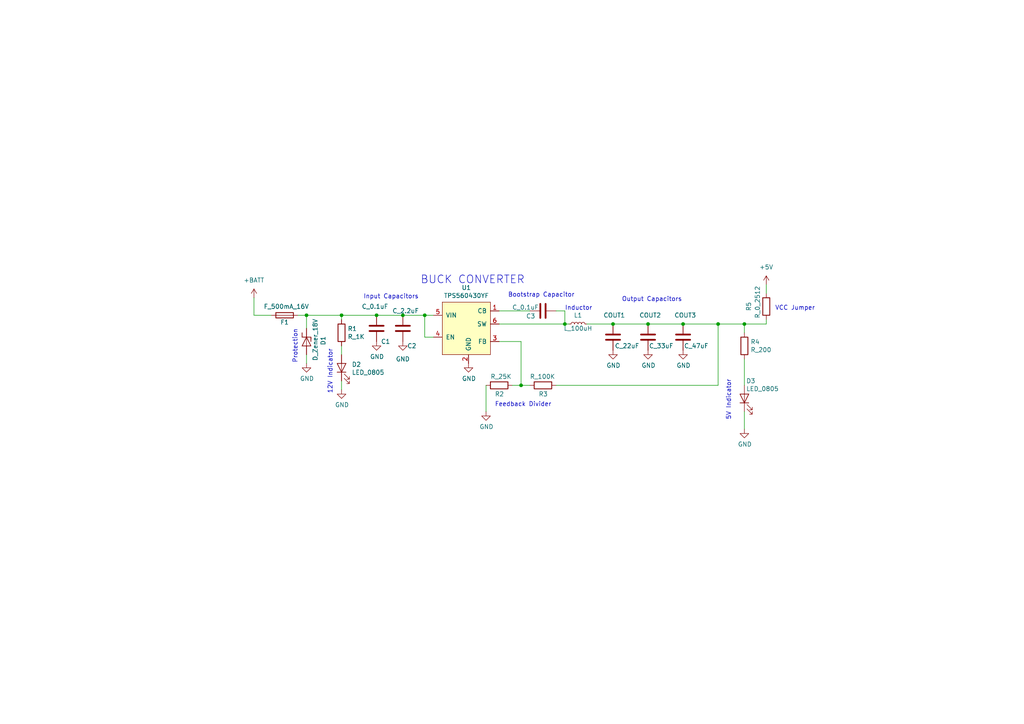
<source format=kicad_sch>
(kicad_sch (version 20211123) (generator eeschema)
  (paper "A4")
  (lib_symbols
    (symbol "formula:C_0.1uF" (pin_numbers hide) (pin_names (offset 0.254))
      (property "Reference" "C" (at 0.635 2.54 0))
      (property "Value" "C_0.1uF" (at 0.635 -2.54 0))
      (symbol "C_0.1uF_0_1"
        (polyline (pts (xy -2.032 -0.762) (xy 2.032 -0.762)) (stroke (width 0.508)))
        (polyline (pts (xy -2.032 0.762) (xy 2.032 0.762)) (stroke (width 0.508)))
      )
      (symbol "C_0.1uF_1_1"
        (pin passive line (at 0 3.81 270) (length 2.794) (name "~") (number "1"))
        (pin passive line (at 0 -3.81 90) (length 2.794) (name "~") (number "2"))
      )
    )
    (symbol "formula:C_2.2uF" (pin_numbers hide) (pin_names (offset 0.254))
      (property "Reference" "C" (at 0.635 3.81 0))
      (property "Value" "C_2.2uF" (at 0.635 -1.27 0))
      (symbol "C_2.2uF_0_1"
        (polyline (pts (xy -2.032 0.508) (xy 2.032 0.508)) (stroke (width 0.508)))
        (polyline (pts (xy -2.032 2.032) (xy 2.032 2.032)) (stroke (width 0.508)))
      )
      (symbol "C_2.2uF_1_1"
        (pin passive line (at 0 5.08 270) (length 2.794) (name "~") (number "1"))
        (pin passive line (at 0 -2.54 90) (length 2.794) (name "~") (number "2"))
      )
    )
    (symbol "formula:C_22uF" (pin_numbers hide) (pin_names (offset 0.254))
      (property "Reference" "C" (at 0.635 2.54 0))
      (property "Value" "C_22uF" (at 0.635 -2.54 0))
      (symbol "C_22uF_0_1"
        (polyline (pts (xy -2.032 -0.762) (xy 2.032 -0.762)) (stroke (width 0.508)))
        (polyline (pts (xy -2.032 0.762) (xy 2.032 0.762)) (stroke (width 0.508)))
      )
      (symbol "C_22uF_1_1"
        (pin passive line (at 0 3.81 270) (length 2.794) (name "~") (number "1"))
        (pin passive line (at 0 -3.81 90) (length 2.794) (name "~") (number "2"))
      )
    )
    (symbol "formula:C_33uF" (pin_numbers hide) (pin_names (offset 0.254))
      (property "Reference" "C" (at 0.635 2.54 0))
      (property "Value" "C_33uF" (at 2.54 -7.62 0))
      (symbol "C_33uF_0_1"
        (polyline (pts (xy -2.032 -0.762) (xy 2.032 -0.762)) (stroke (width 0.508)))
        (polyline (pts (xy -2.032 0.762) (xy 2.032 0.762)) (stroke (width 0.508)))
      )
      (symbol "C_33uF_1_1"
        (pin passive line (at 0 3.81 270) (length 2.794) (name "~") (number "1"))
        (pin passive line (at 0 -3.81 90) (length 2.794) (name "~") (number "2"))
      )
    )
    (symbol "formula:C_47uF" (pin_numbers hide) (pin_names (offset 0.254))
      (property "Reference" "C" (at 0.635 2.54 0))
      (property "Value" "C_47uF" (at 0.635 -2.54 0))
      (symbol "C_47uF_0_1"
        (polyline (pts (xy -2.032 -0.762) (xy 2.032 -0.762)) (stroke (width 0.508)))
        (polyline (pts (xy -2.032 0.762) (xy 2.032 0.762)) (stroke (width 0.508)))
      )
      (symbol "C_47uF_1_1"
        (pin passive line (at 0 3.81 270) (length 2.794) (name "~") (number "1"))
        (pin passive line (at 0 -3.81 90) (length 2.794) (name "~") (number "2"))
      )
    )
    (symbol "formula:D_Zener_18V" (pin_numbers hide) (pin_names (offset 1.016) hide)
      (property "Reference" "D" (at 0 2.54 0))
      (property "Value" "D_Zener_18V" (at 0 -2.54 0))
      (symbol "D_Zener_18V_0_1"
        (polyline (pts (xy -1.27 -1.27) (xy -2.54 -1.27)) (stroke (width 0.2032)))
        (polyline (pts (xy -1.27 1.27) (xy 0 1.27)) (stroke (width 0.2032)))
        (polyline (pts (xy 1.27 0) (xy -1.27 0)))
        (polyline (pts (xy -1.27 -1.27) (xy -1.27 1.27) (xy -0.762 1.27)) (stroke (width 0.2032)))
        (polyline (pts (xy 1.27 -1.27) (xy 1.27 1.27) (xy -1.27 0) (xy 1.27 -1.27)) (stroke (width 0.2032)))
      )
      (symbol "D_Zener_18V_1_1"
        (pin passive line (at -3.81 0 0) (length 2.54) (name "K") (number "1"))
        (pin passive line (at 3.81 0 180) (length 2.54) (name "A") (number "2"))
      )
    )
    (symbol "formula:F_500mA_16V" (pin_numbers hide) (pin_names (offset 0))
      (property "Reference" "F" (at 2.032 0 90))
      (property "Value" "F_500mA_16V" (at -1.905 0 90))
      (symbol "F_500mA_16V_0_1"
        (rectangle (start -0.762 -2.54) (end 0.762 2.54) (stroke (width 0.254)))
        (polyline (pts (xy 0 2.54) (xy 0 -2.54)))
      )
      (symbol "F_500mA_16V_1_1"
        (pin passive line (at 0 3.81 270) (length 1.27) (name "~") (number "1"))
        (pin passive line (at 0 -3.81 90) (length 1.27) (name "~") (number "2"))
      )
    )
    (symbol "formula:LED_0805" (pin_numbers hide) (pin_names (offset 1.016) hide)
      (property "Reference" "D" (at 0 -2.54 0))
      (property "Value" "LED_0805" (at 0 2.54 0))
      (symbol "LED_0805_0_1"
        (polyline (pts (xy -1.27 -1.27) (xy -1.27 1.27)) (stroke (width 0.2032)))
        (polyline (pts (xy -1.27 0) (xy 1.27 0)))
        (polyline (pts (xy 1.27 -1.27) (xy 1.27 1.27) (xy -1.27 0) (xy 1.27 -1.27)) (stroke (width 0.2032)))
        (polyline (pts (xy -3.048 -0.762) (xy -4.572 -2.286) (xy -3.81 -2.286) (xy -4.572 -2.286) (xy -4.572 -1.524)))
        (polyline (pts (xy -1.778 -0.762) (xy -3.302 -2.286) (xy -2.54 -2.286) (xy -3.302 -2.286) (xy -3.302 -1.524)))
      )
      (symbol "LED_0805_1_1"
        (pin passive line (at -3.81 0 0) (length 2.54) (name "K") (number "1"))
        (pin passive line (at 3.81 0 180) (length 2.54) (name "A") (number "2"))
      )
    )
    (symbol "formula:L_100uH" (pin_numbers hide) (pin_names (offset 1.016) hide)
      (property "Reference" "L" (at 0 -1.27 0))
      (property "Value" "L_100uH" (at 0 2.54 0))
      (symbol "L_100uH_1_1"
        (arc (start -1.016 0) (mid -1.524 0.508) (end -2.032 0))
        (arc (start 0 0) (mid -0.508 0.508) (end -1.016 0))
        (arc (start 1.016 0) (mid 0.508 0.508) (end 0 0))
        (arc (start 2.032 0) (mid 1.524 0.508) (end 1.016 0))
        (pin passive line (at -2.54 0 0) (length 0.508) (name "~") (number "1"))
        (pin passive line (at 2.54 0 180) (length 0.508) (name "~") (number "2"))
      )
    )
    (symbol "formula:R_0_2512" (pin_numbers hide) (pin_names (offset 0))
      (property "Reference" "R" (at 2.032 0 90))
      (property "Value" "R_0_2512" (at -2.54 0 90))
      (symbol "R_0_2512_0_1"
        (rectangle (start -1.016 -2.54) (end 1.016 2.54) (stroke (width 0.254)))
      )
      (symbol "R_0_2512_1_1"
        (pin passive line (at 0 3.81 270) (length 1.27) (name "~") (number "1"))
        (pin passive line (at 0 -3.81 90) (length 1.27) (name "~") (number "2"))
      )
    )
    (symbol "formula:R_100K" (pin_numbers hide) (pin_names (offset 0))
      (property "Reference" "R" (at 2.032 0 90))
      (property "Value" "R_100K" (at -2.54 0 90))
      (symbol "R_100K_0_1"
        (rectangle (start -1.016 -2.54) (end 1.016 2.54) (stroke (width 0.254)))
      )
      (symbol "R_100K_1_1"
        (pin passive line (at 0 3.81 270) (length 1.27) (name "~") (number "1"))
        (pin passive line (at 0 -3.81 90) (length 1.27) (name "~") (number "2"))
      )
    )
    (symbol "formula:R_1K" (pin_numbers hide) (pin_names (offset 0))
      (property "Reference" "R" (at 2.032 0 90))
      (property "Value" "R_1K" (at -2.54 0 90))
      (symbol "R_1K_0_1"
        (rectangle (start -1.016 -2.54) (end 1.016 2.54) (stroke (width 0.254)))
      )
      (symbol "R_1K_1_1"
        (pin passive line (at 0 3.81 270) (length 1.27) (name "~") (number "1"))
        (pin passive line (at 0 -3.81 90) (length 1.27) (name "~") (number "2"))
      )
    )
    (symbol "formula:R_200" (pin_numbers hide) (pin_names (offset 0))
      (property "Reference" "R" (at 2.032 0 90))
      (property "Value" "R_200" (at -2.54 0 90))
      (symbol "R_200_0_1"
        (rectangle (start -1.016 -2.54) (end 1.016 2.54) (stroke (width 0.254)))
      )
      (symbol "R_200_1_1"
        (pin passive line (at 0 3.81 270) (length 1.27) (name "~") (number "1"))
        (pin passive line (at 0 -3.81 90) (length 1.27) (name "~") (number "2"))
      )
    )
    (symbol "formula:R_25K" (pin_numbers hide) (pin_names (offset 0))
      (property "Reference" "R" (at 6.35 0 90))
      (property "Value" "R_25K" (at 5.08 5.08 0))
      (symbol "R_25K_0_1"
        (rectangle (start -1.016 -2.54) (end 1.016 2.54) (stroke (width 0.254)))
      )
      (symbol "R_25K_1_1"
        (pin passive line (at 0 3.81 270) (length 1.27) (name "~") (number "1"))
        (pin passive line (at 0 -3.81 90) (length 1.27) (name "~") (number "2"))
      )
    )
    (symbol "formula:TPS560430YF" (pin_names (offset 1.016))
      (property "Reference" "U" (at -5.08 -8.89 0))
      (property "Value" "TPS560430YF" (at 0 10.16 0))
      (symbol "TPS560430YF_0_1"
        (rectangle (start -6.35 -2.54) (end -6.35 -2.54))
        (rectangle (start -6.35 7.62) (end 7.62 -7.62) (fill (type background)))
      )
      (symbol "TPS560430YF_1_1"
        (pin bidirectional line (at 10.16 5.08 180) (length 2.54) (name "CB") (number "1"))
        (pin power_in line (at 1.27 -10.16 90) (length 2.54) (name "GND") (number "2"))
        (pin input line (at 10.16 -3.81 180) (length 2.54) (name "FB") (number "3"))
        (pin input line (at -8.89 -2.54 0) (length 2.54) (name "EN") (number "4"))
        (pin power_in line (at -8.89 3.81 0) (length 2.54) (name "VIN") (number "5"))
        (pin output line (at 10.16 1.27 180) (length 2.54) (name "SW") (number "6"))
      )
    )
    (symbol "power:+5V" (power) (pin_names (offset 0))
      (property "Value" "+5V" (at 0 3.556 0))
      (symbol "+5V_0_1"
        (polyline (pts (xy -0.762 1.27) (xy 0 2.54)))
        (polyline (pts (xy 0 0) (xy 0 2.54)))
        (polyline (pts (xy 0 2.54) (xy 0.762 1.27)))
      )
      (symbol "+5V_1_1"
        (pin power_in line (at 0 0 90) (length 0) hide (name "+5V") (number "1"))
      )
    )
    (symbol "power:+BATT" (power) (pin_names (offset 0))
      (property "Value" "+BATT" (at 0 3.556 0))
      (symbol "+BATT_0_1"
        (polyline (pts (xy -0.762 1.27) (xy 0 2.54)))
        (polyline (pts (xy 0 0) (xy 0 2.54)))
        (polyline (pts (xy 0 2.54) (xy 0.762 1.27)))
      )
      (symbol "+BATT_1_1"
        (pin power_in line (at 0 0 90) (length 0) hide (name "+BATT") (number "1"))
      )
    )
    (symbol "power:GND" (power) (pin_names (offset 0))
      (property "Value" "GND" (at 0 -3.81 0))
      (symbol "GND_0_1"
        (polyline (pts (xy 0 0) (xy 0 -1.27) (xy 1.27 -1.27) (xy 0 -2.54) (xy -1.27 -1.27) (xy 0 -1.27)))
      )
      (symbol "GND_1_1"
        (pin power_in line (at 0 0 270) (length 0) hide (name "GND") (number "1"))
      )
    )
  )
  (junction (at 215.9 93.98))
  (junction (at 163.83 93.98))
  (junction (at 208.28 93.98))
  (junction (at 187.96 93.98))
  (junction (at 88.9 91.44))
  (junction (at 116.84 91.44))
  (junction (at 177.8 93.98))
  (junction (at 198.12 93.98))
  (junction (at 99.06 91.44))
  (junction (at 151.13 111.76))
  (junction (at 123.19 91.44))
  (junction (at 109.22 91.44))
  (wire (pts (xy 215.9 104.14) (xy 215.9 111.76)))
  (wire (pts (xy 99.06 91.44) (xy 99.06 92.71)))
  (wire (pts (xy 88.9 91.44) (xy 99.06 91.44)))
  (wire (pts (xy 109.22 91.44) (xy 116.84 91.44)))
  (wire (pts (xy 170.18 93.98) (xy 177.8 93.98)))
  (wire (pts (xy 215.9 119.38) (xy 215.9 124.46)))
  (wire (pts (xy 99.06 110.49) (xy 99.06 113.03)))
  (wire (pts (xy 187.96 93.98) (xy 198.12 93.98)))
  (wire (pts (xy 161.29 111.76) (xy 208.28 111.76)))
  (wire (pts (xy 215.9 93.98) (xy 222.25 93.98)))
  (wire (pts (xy 99.06 100.33) (xy 99.06 102.87)))
  (wire (pts (xy 151.13 99.06) (xy 151.13 111.76)))
  (wire (pts (xy 123.19 97.79) (xy 123.19 91.44)))
  (wire (pts (xy 73.66 91.44) (xy 78.74 91.44)))
  (wire (pts (xy 125.73 97.79) (xy 123.19 97.79)))
  (wire (pts (xy 73.66 86.36) (xy 73.66 91.44)))
  (wire (pts (xy 123.19 91.44) (xy 125.73 91.44)))
  (wire (pts (xy 215.9 96.52) (xy 215.9 93.98)))
  (wire (pts (xy 99.06 91.44) (xy 109.22 91.44)))
  (wire (pts (xy 198.12 93.98) (xy 208.28 93.98)))
  (wire (pts (xy 222.25 93.98) (xy 222.25 92.71)))
  (wire (pts (xy 163.83 90.17) (xy 163.83 93.98)))
  (wire (pts (xy 116.84 91.44) (xy 123.19 91.44)))
  (wire (pts (xy 88.9 102.87) (xy 88.9 105.41)))
  (wire (pts (xy 177.8 93.98) (xy 187.96 93.98)))
  (wire (pts (xy 222.25 85.09) (xy 222.25 82.55)))
  (wire (pts (xy 151.13 111.76) (xy 153.67 111.76)))
  (wire (pts (xy 144.78 90.17) (xy 153.67 90.17)))
  (wire (pts (xy 148.59 111.76) (xy 151.13 111.76)))
  (wire (pts (xy 161.29 90.17) (xy 163.83 90.17)))
  (wire (pts (xy 208.28 111.76) (xy 208.28 93.98)))
  (wire (pts (xy 144.78 93.98) (xy 163.83 93.98)))
  (wire (pts (xy 86.36 91.44) (xy 88.9 91.44)))
  (wire (pts (xy 163.83 93.98) (xy 165.1 93.98)))
  (wire (pts (xy 144.78 99.06) (xy 151.13 99.06)))
  (wire (pts (xy 88.9 95.25) (xy 88.9 91.44)))
  (wire (pts (xy 140.97 111.76) (xy 140.97 119.38)))
  (wire (pts (xy 208.28 93.98) (xy 215.9 93.98)))
  (text "Inductor\n" (at 163.83 90.17 0) (effects (font (size 1.27 1.27)) (justify left bottom)))
  (text "12V Indicator" (at 96.52 114.3 90) (effects (font (size 1.27 1.27)) (justify left bottom)))
  (text "5V Indicator" (at 212.09 121.92 90) (effects (font (size 1.27 1.27)) (justify left bottom)))
  (text "VCC Jumper\n" (at 224.79 90.17 0) (effects (font (size 1.27 1.27)) (justify left bottom)))
  (text "Bootstrap Capacitor\n" (at 147.32 86.36 0) (effects (font (size 1.27 1.27)) (justify left bottom)))
  (text "Feedback Divider\n" (at 143.51 118.11 0) (effects (font (size 1.27 1.27)) (justify left bottom)))
  (text "BUCK CONVERTER\n" (at 121.92 82.55 0) (effects (font (size 2.2606 2.2606)) (justify left bottom)))
  (text "Input Capacitors\n\n" (at 105.41 88.9 0) (effects (font (size 1.27 1.27)) (justify left bottom)))
  (text "Output Capacitors\n" (at 180.34 87.63 0) (effects (font (size 1.27 1.27)) (justify left bottom)))
  (text "Protection\n" (at 86.36 105.41 90) (effects (font (size 1.27 1.27)) (justify left bottom)))
  (symbol (lib_id "formula:R_0_2512") (at 222.25 88.9 0) (unit 1)
    (property "Reference" "R5" (at 217.17 88.9 90))
    (property "Value" "R_0_2512" (at 219.71 87.63 90))
    (property "Footprint" "footprints:R_2512_OEM" (effects hide))
    (property "Datasheet" "http://www.te.com/commerce/DocumentDelivery/DDEController?Action=srchrtrv&DocNm=9-1773463-7&DocType=DS&DocLang=English" (effects hide))
    (property "MFN" "DK" (effects hide))
    (property "MPN" "A121322CT-ND" (effects hide))
    (property "PurchasingLink" "https://www.digikey.com/products/en?keywords=A121322CT-ND" (effects hide))
  )
  (symbol (lib_id "formula:LED_0805") (at 215.9 115.57 90) (unit 1)
    (property "Reference" "D3" (at 216.408 110.49 90) (effects (justify right)))
    (property "Value" "LED_0805" (at 216.408 112.776 90) (effects (justify right)))
    (property "Footprint" "footprints:LED_0805_OEM" (effects hide))
    (property "Datasheet" "http://www.osram-os.com/Graphics/XPic9/00078860_0.pdf" (effects hide))
    (property "MFN" "DK" (effects hide))
    (property "MPN" "475-1410-1-ND" (effects hide))
    (property "PurchasingLink" "https://www.digikey.com/products/en?keywords=475-1410-1-ND" (effects hide))
  )
  (symbol (lib_id "power:GND") (at 187.96 101.6 0) (unit 1)
    (property "Reference" "#PWR?" (effects hide))
    (property "Value" "GND" (at 188.087 105.9942 0))
  )
  (symbol (lib_id "power:GND") (at 140.97 119.38 0) (unit 1)
    (property "Reference" "#PWR?" (effects hide))
    (property "Value" "GND" (at 141.097 123.7742 0))
  )
  (symbol (lib_id "formula:C_0.1uF") (at 157.48 90.17 90) (unit 1)
    (property "Reference" "C3" (at 153.924 91.694 90))
    (property "Value" "C_0.1uF" (at 152.4 89.154 90))
    (property "Footprint" "footprints:C_0805_OEM" (effects hide))
    (property "Datasheet" "http://datasheets.avx.com/X7RDielectric.pdf" (effects hide))
    (property "MFN" "DK" (effects hide))
    (property "MPN" "478-3352-1-ND" (effects hide))
    (property "PurchasingLink" "https://www.digikey.com/products/en?keywords=478-3352-1-ND" (effects hide))
  )
  (symbol (lib_id "power:GND") (at 99.06 113.03 0) (unit 1)
    (property "Reference" "#PWR?" (effects hide))
    (property "Value" "GND" (at 99.187 117.4242 0))
  )
  (symbol (lib_id "power:GND") (at 198.12 101.6 0) (unit 1)
    (property "Reference" "#PWR?" (effects hide))
    (property "Value" "GND" (at 198.247 105.9942 0))
  )
  (symbol (lib_id "formula:C_33uF") (at 187.96 97.79 0) (unit 1)
    (property "Reference" "COUT2" (at 185.42 91.44 0) (effects (justify left)))
    (property "Value" "C_33uF" (at 188.214 100.33 0) (effects (justify left)))
    (property "Footprint" "footprints:Fuse_1812" (effects hide))
    (property "Datasheet" "https://product.tdk.com/info/en/catalog/datasheets/mlcc_commercial_general_en.pdf" (effects hide))
    (property "MFN" "C4532X7R1C336M250KC" (effects hide))
    (property "MPN" "445-3924-1-ND" (effects hide))
    (property "PurchasingLink" "https://www.digikey.com/product-detail/en/tdk-corporation/C4532X7R1C336M250KC/445-3924-1-ND/1923431" (effects hide))
  )
  (symbol (lib_id "power:+5V") (at 222.25 82.55 0) (unit 1)
    (property "Reference" "#PWR?" (effects hide))
    (property "Value" "+5V" (at 222.25 77.47 0))
  )
  (symbol (lib_id "formula:C_22uF") (at 177.8 97.79 0) (unit 1)
    (property "Reference" "COUT1" (at 175.006 91.44 0) (effects (justify left)))
    (property "Value" "C_22uF" (at 178.308 100.33 0) (effects (justify left)))
    (property "Footprint" "footprints:C_1206_OEM" (effects hide))
    (property "Datasheet" "https://product.tdk.com/info/en/catalog/datasheets/mlcc_commercial_general_en.pdf" (effects hide))
    (property "MFN" "DK" (effects hide))
    (property "MPN" "445-11693-1-ND" (effects hide))
    (property "PurchasingLink" "https://www.digikey.com/product-detail/en/tdk-corporation/C3216JB1C226M160AB/445-11693-1-ND/3953359" (effects hide))
  )
  (symbol (lib_id "power:GND") (at 116.84 99.06 0) (unit 1)
    (property "Reference" "#PWR?" (effects hide))
    (property "Value" "GND" (at 116.84 104.14 0))
  )
  (symbol (lib_id "power:GND") (at 177.8 101.6 0) (unit 1)
    (property "Reference" "#PWR?" (effects hide))
    (property "Value" "GND" (at 177.927 105.9942 0))
  )
  (symbol (lib_id "formula:LED_0805") (at 99.06 106.68 90) (unit 1)
    (property "Reference" "D2" (at 102.0318 105.7148 90) (effects (justify right)))
    (property "Value" "LED_0805" (at 102.0318 108.0262 90) (effects (justify right)))
    (property "Footprint" "footprints:LED_0805_OEM" (effects hide))
    (property "Datasheet" "http://www.osram-os.com/Graphics/XPic9/00078860_0.pdf" (effects hide))
    (property "MFN" "DK" (effects hide))
    (property "MPN" "475-1410-1-ND" (effects hide))
    (property "PurchasingLink" "https://www.digikey.com/products/en?keywords=475-1410-1-ND" (effects hide))
  )
  (symbol (lib_id "formula:TPS560430YF") (at 134.62 95.25 0) (unit 1)
    (property "Reference" "U1" (at 135.255 83.439 0))
    (property "Value" "TPS560430YF" (at 135.255 85.7504 0))
    (property "Footprint" "footprints:SOT-23-6_OEM" (effects hide))
    (property "Datasheet" "http://www.ti.com/lit/ds/symlink/tps560430.pdf" (effects hide))
    (property "MPN" "TPS560430YFDBVR" (effects hide))
    (property "MFN" "TPS560430YFDBVR-ND" (effects hide))
    (property "Purchasing Link" "https://www.digikey.com/product-detail/en/texas-instruments/TPS560430XDBVR/296-50420-6-ND/9685813" (effects hide))
  )
  (symbol (lib_id "formula:R_200") (at 215.9 100.33 0) (unit 1)
    (property "Reference" "R4" (at 217.678 99.1616 0) (effects (justify left)))
    (property "Value" "R_200" (at 217.678 101.473 0) (effects (justify left)))
    (property "Footprint" "footprints:R_0805_OEM" (effects hide))
    (property "Datasheet" "https://www.seielect.com/Catalog/SEI-RMCF_RMCP.pdf" (effects hide))
    (property "MFN" "DK" (effects hide))
    (property "MPN" "RMCF0805JT200RCT-ND" (effects hide))
    (property "PurchasingLink" "https://www.digikey.com/products/en?keywords=RMCF0805JT200RCT-ND" (effects hide))
  )
  (symbol (lib_id "formula:C_2.2uF") (at 116.84 96.52 0) (unit 1)
    (property "Reference" "C2" (at 118.11 100.33 0) (effects (justify left)))
    (property "Value" "C_2.2uF" (at 113.792 90.17 0) (effects (justify left)))
    (property "Footprint" "footprints:C_0603_1608Metric" (effects hide))
    (property "Datasheet" "http://www.yageo.com/documents/recent/UPY-GPHC_X5R_4V-to-50V_25.pdf" (effects hide))
    (property "MFN" "DK" (effects hide))
    (property "MPN" "311-1451-1-ND" (effects hide))
    (property "PurchasingLink" "https://www.digikey.com/product-detail/en/yageo/CC0603KRX5R6BB225/311-1451-1-ND/2833757" (effects hide))
  )
  (symbol (lib_id "power:GND") (at 215.9 124.46 0) (unit 1)
    (property "Reference" "#PWR?" (effects hide))
    (property "Value" "GND" (at 216.027 128.8542 0))
  )
  (symbol (lib_id "power:GND") (at 109.22 99.06 0) (unit 1)
    (property "Reference" "#PWR?" (effects hide))
    (property "Value" "GND" (at 109.347 103.4542 0))
  )
  (symbol (lib_id "formula:R_100K") (at 157.48 111.76 270) (unit 1)
    (property "Reference" "R3" (at 156.21 114.3 90) (effects (justify left)))
    (property "Value" "R_100K" (at 153.67 109.22 90) (effects (justify left)))
    (property "Footprint" "footprints:R_0805_OEM" (effects hide))
    (property "Datasheet" "https://industrial.panasonic.com/cdbs/www-data/pdf/RDA0000/AOA0000C304.pdf" (effects hide))
    (property "MFN" "DK" (effects hide))
    (property "MPN" "P100KCCT-ND" (effects hide))
    (property "PurchasingLink" "https://www.digikey.com/product-detail/en/panasonic-electronic-components/ERJ-6ENF1003V/P100KCCT-ND/119551" (effects hide))
  )
  (symbol (lib_id "power:GND") (at 88.9 105.41 0) (unit 1)
    (property "Reference" "#PWR?" (effects hide))
    (property "Value" "GND" (at 89.027 109.8042 0))
  )
  (symbol (lib_id "formula:L_100uH") (at 167.64 93.98 0) (unit 1)
    (property "Reference" "L1" (at 167.64 91.44 0))
    (property "Value" "L_100uH" (at 167.64 95.25 0))
    (property "Footprint" "footprints:L_100uH_OEM" (effects hide))
    (property "Datasheet" "https://product.tdk.com/info/en/catalog/datasheets/inductor_commercial_decoupling_nlfv32-ef_en.pdf" (effects hide))
    (property "MFN" "Digikey" (effects hide))
    (property "MPN" "445-15759-1-ND" (effects hide))
    (property "Link" "https://www.digikey.com/product-detail/en/tdk-corporation/NLFV32T-101K-EF/445-15759-1-ND/4328055" (effects hide))
  )
  (symbol (lib_id "formula:C_0.1uF") (at 109.22 95.25 0) (unit 1)
    (property "Reference" "C1" (at 110.49 99.06 0) (effects (justify left)))
    (property "Value" "C_0.1uF" (at 104.902 88.9 0) (effects (justify left)))
    (property "Footprint" "footprints:C_0805_OEM" (effects hide))
    (property "Datasheet" "http://datasheets.avx.com/X7RDielectric.pdf" (effects hide))
    (property "MFN" "DK" (effects hide))
    (property "MPN" "478-3352-1-ND" (effects hide))
    (property "PurchasingLink" "https://www.digikey.com/products/en?keywords=478-3352-1-ND" (effects hide))
  )
  (symbol (lib_id "power:GND") (at 135.89 105.41 0) (unit 1)
    (property "Reference" "#PWR?" (effects hide))
    (property "Value" "GND" (at 136.017 109.8042 0))
  )
  (symbol (lib_id "power:+BATT") (at 73.66 86.36 0) (unit 1)
    (property "Reference" "#PWR?" (effects hide))
    (property "Value" "+BATT" (at 73.66 81.28 0))
  )
  (symbol (lib_id "formula:C_47uF") (at 198.12 97.79 0) (unit 1)
    (property "Reference" "COUT3" (at 195.58 91.44 0) (effects (justify left)))
    (property "Value" "C_47uF" (at 198.374 100.33 0) (effects (justify left)))
    (property "Footprint" "footprints:C_0805_OEM" (effects hide))
    (property "Datasheet" "http://www.samsungsem.com/kr/support/product-search/mlcc/__icsFiles/afieldfile/2018/06/22/CL21A476MQYNNNG.pdf" (effects hide))
    (property "MFN" "DK" (effects hide))
    (property "MPN" "1276-6467-1-ND" (effects hide))
    (property "PurchasingLink" "https://www.digikey.com/product-detail/en/samsung-electro-mechanics/CL21A476MQYNNNG/1276-6467-1-ND/5958095" (effects hide))
  )
  (symbol (lib_id "formula:F_500mA_16V") (at 82.55 91.44 270) (unit 1)
    (property "Reference" "F1" (at 82.55 93.472 90))
    (property "Value" "F_500mA_16V" (at 83.058 88.9 90))
    (property "Footprint" "footprints:Fuse_1210" (effects hide))
    (property "Datasheet" "https://belfuse.com/resources/CircuitProtection/datasheets/0ZCH%20Nov2016.pdf" (effects hide))
    (property "MFN" "DK" (effects hide))
    (property "MPN" "507-1786-1-ND" (effects hide))
    (property "PurchasingLink" "https://www.digikey.com/product-detail/en/bel-fuse-inc/0ZCH0050FF2G/507-1786-1-ND/4156209" (effects hide))
  )
  (symbol (lib_id "formula:R_25K") (at 144.78 111.76 270) (unit 1)
    (property "Reference" "R2" (at 143.51 114.3 90) (effects (justify left)))
    (property "Value" "R_25K" (at 142.24 109.22 90) (effects (justify left)))
    (property "Footprint" "footprints:R_0805_OEM" (effects hide))
    (property "Datasheet" "https://www.te.com/commerce/DocumentDelivery/DDEController?Action=srchrtrv&DocNm=1773200-1&DocType=DS&DocLang=English" (effects hide))
    (property "MFN" "A124124CT-ND" (effects hide))
    (property "Digi-key Part Number" "CPF-A-0805B25KE" (effects hide))
    (property "PurchasingLink" "https://www.digikey.com/product-detail/en/te-connectivity-passive-product/CPF-A-0805B25KE/A124124CT-ND/5970044" (effects hide))
  )
  (symbol (lib_id "formula:R_1K") (at 99.06 96.52 0) (unit 1)
    (property "Reference" "R1" (at 100.838 95.3516 0) (effects (justify left)))
    (property "Value" "R_1K" (at 100.838 97.663 0) (effects (justify left)))
    (property "Footprint" "footprints:R_0805_OEM" (effects hide))
    (property "Datasheet" "https://www.seielect.com/Catalog/SEI-rncp.pdf" (effects hide))
    (property "MFN" "DK" (effects hide))
    (property "MPN" "RNCP0805FTD1K00CT-ND" (effects hide))
    (property "PurchasingLink" "https://www.digikey.com/products/en?keywords=RNCP0805FTD1K00CT-ND" (effects hide))
  )
  (symbol (lib_id "formula:D_Zener_18V") (at 88.9 99.06 270) (unit 1)
    (property "Reference" "D1" (at 93.726 98.806 0))
    (property "Value" "D_Zener_18V" (at 91.44 98.552 0))
    (property "Footprint" "footprints:DO-214AA" (effects hide))
    (property "Datasheet" "http://www.mccsemi.com/up_pdf/SMBJ5338B-SMBJ5388B(SMB).pdf" (effects hide))
    (property "MFN" "DK" (effects hide))
    (property "MPN" "SMBJ5355B-TPMSCT-ND" (effects hide))
    (property "PurchasingLink" "https://www.digikey.com/products/en?keywords=SMBJ5355B-TPMSCT-ND" (effects hide))
  )
)
</source>
